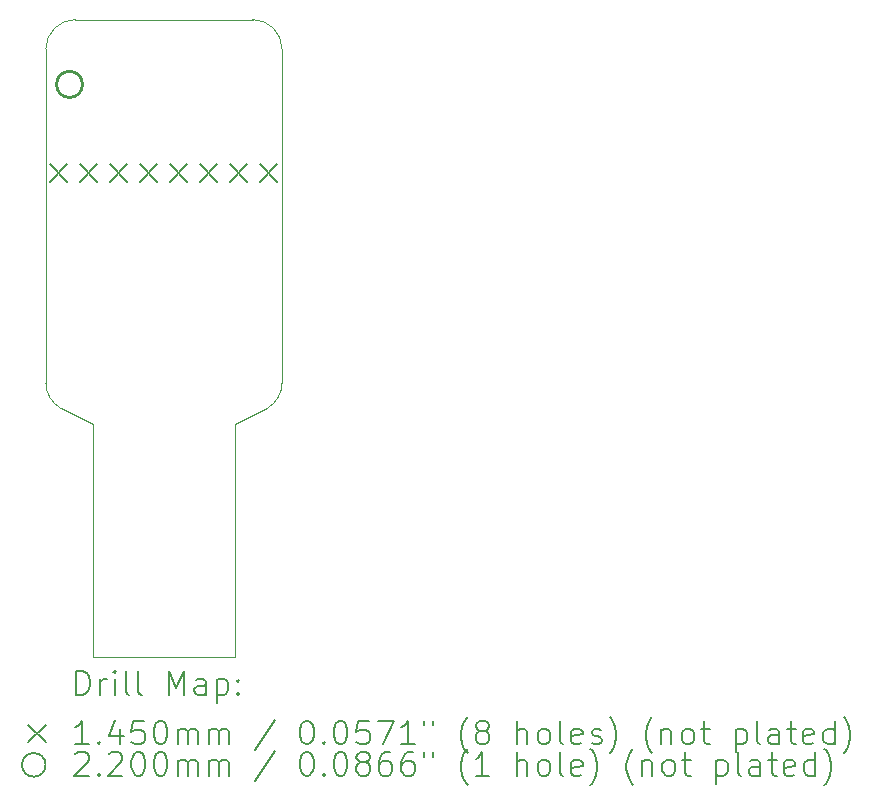
<source format=gbr>
%TF.GenerationSoftware,KiCad,Pcbnew,9.0.0+1*%
%TF.CreationDate,2025-04-22T17:22:05+02:00*%
%TF.ProjectId,ts13a_dev_kit,74733133-615f-4646-9576-5f6b69742e6b,rev?*%
%TF.SameCoordinates,Original*%
%TF.FileFunction,Drillmap*%
%TF.FilePolarity,Positive*%
%FSLAX45Y45*%
G04 Gerber Fmt 4.5, Leading zero omitted, Abs format (unit mm)*
G04 Created by KiCad (PCBNEW 9.0.0+1) date 2025-04-22 17:22:05*
%MOMM*%
%LPD*%
G01*
G04 APERTURE LIST*
%ADD10C,0.050000*%
%ADD11C,0.120000*%
%ADD12C,0.200000*%
%ADD13C,0.145000*%
%ADD14C,0.220000*%
G04 APERTURE END LIST*
D10*
X13750000Y-5000000D02*
X12250000Y-5000000D01*
X13875000Y-8291506D02*
X13600000Y-8425000D01*
X13600000Y-9599500D02*
X13600000Y-8425000D01*
X12400000Y-8425000D02*
X12400000Y-9599500D01*
X12000000Y-5250000D02*
G75*
G02*
X12250000Y-5000000I250000J0D01*
G01*
X12125000Y-8291506D02*
G75*
G02*
X12000000Y-8075000I125000J216506D01*
G01*
X14000000Y-8075000D02*
G75*
G02*
X13875000Y-8291506I-250000J0D01*
G01*
X13750000Y-5000000D02*
G75*
G02*
X14000000Y-5250000I0J-250000D01*
G01*
X12000000Y-5250000D02*
X12000000Y-8075000D01*
X14000000Y-8075000D02*
X14000000Y-5250000D01*
X12125000Y-8291506D02*
X12400000Y-8425000D01*
D11*
X12400000Y-10399500D02*
X12400000Y-9599500D01*
X13600000Y-9599500D02*
X13600000Y-10399500D01*
X13600000Y-10399500D02*
X12400000Y-10399500D01*
D12*
D13*
X12036500Y-6227500D02*
X12181500Y-6372500D01*
X12181500Y-6227500D02*
X12036500Y-6372500D01*
X12290500Y-6227500D02*
X12435500Y-6372500D01*
X12435500Y-6227500D02*
X12290500Y-6372500D01*
X12544500Y-6227500D02*
X12689500Y-6372500D01*
X12689500Y-6227500D02*
X12544500Y-6372500D01*
X12798500Y-6227500D02*
X12943500Y-6372500D01*
X12943500Y-6227500D02*
X12798500Y-6372500D01*
X13052500Y-6227500D02*
X13197500Y-6372500D01*
X13197500Y-6227500D02*
X13052500Y-6372500D01*
X13306500Y-6227500D02*
X13451500Y-6372500D01*
X13451500Y-6227500D02*
X13306500Y-6372500D01*
X13560500Y-6227500D02*
X13705500Y-6372500D01*
X13705500Y-6227500D02*
X13560500Y-6372500D01*
X13814500Y-6227500D02*
X13959500Y-6372500D01*
X13959500Y-6227500D02*
X13814500Y-6372500D01*
D14*
X12310000Y-5550000D02*
G75*
G02*
X12090000Y-5550000I-110000J0D01*
G01*
X12090000Y-5550000D02*
G75*
G02*
X12310000Y-5550000I110000J0D01*
G01*
D12*
X12258277Y-10716984D02*
X12258277Y-10516984D01*
X12258277Y-10516984D02*
X12305896Y-10516984D01*
X12305896Y-10516984D02*
X12334467Y-10526508D01*
X12334467Y-10526508D02*
X12353515Y-10545555D01*
X12353515Y-10545555D02*
X12363039Y-10564603D01*
X12363039Y-10564603D02*
X12372562Y-10602698D01*
X12372562Y-10602698D02*
X12372562Y-10631270D01*
X12372562Y-10631270D02*
X12363039Y-10669365D01*
X12363039Y-10669365D02*
X12353515Y-10688412D01*
X12353515Y-10688412D02*
X12334467Y-10707460D01*
X12334467Y-10707460D02*
X12305896Y-10716984D01*
X12305896Y-10716984D02*
X12258277Y-10716984D01*
X12458277Y-10716984D02*
X12458277Y-10583650D01*
X12458277Y-10621746D02*
X12467801Y-10602698D01*
X12467801Y-10602698D02*
X12477324Y-10593174D01*
X12477324Y-10593174D02*
X12496372Y-10583650D01*
X12496372Y-10583650D02*
X12515420Y-10583650D01*
X12582086Y-10716984D02*
X12582086Y-10583650D01*
X12582086Y-10516984D02*
X12572562Y-10526508D01*
X12572562Y-10526508D02*
X12582086Y-10536031D01*
X12582086Y-10536031D02*
X12591610Y-10526508D01*
X12591610Y-10526508D02*
X12582086Y-10516984D01*
X12582086Y-10516984D02*
X12582086Y-10536031D01*
X12705896Y-10716984D02*
X12686848Y-10707460D01*
X12686848Y-10707460D02*
X12677324Y-10688412D01*
X12677324Y-10688412D02*
X12677324Y-10516984D01*
X12810658Y-10716984D02*
X12791610Y-10707460D01*
X12791610Y-10707460D02*
X12782086Y-10688412D01*
X12782086Y-10688412D02*
X12782086Y-10516984D01*
X13039229Y-10716984D02*
X13039229Y-10516984D01*
X13039229Y-10516984D02*
X13105896Y-10659841D01*
X13105896Y-10659841D02*
X13172562Y-10516984D01*
X13172562Y-10516984D02*
X13172562Y-10716984D01*
X13353515Y-10716984D02*
X13353515Y-10612222D01*
X13353515Y-10612222D02*
X13343991Y-10593174D01*
X13343991Y-10593174D02*
X13324943Y-10583650D01*
X13324943Y-10583650D02*
X13286848Y-10583650D01*
X13286848Y-10583650D02*
X13267801Y-10593174D01*
X13353515Y-10707460D02*
X13334467Y-10716984D01*
X13334467Y-10716984D02*
X13286848Y-10716984D01*
X13286848Y-10716984D02*
X13267801Y-10707460D01*
X13267801Y-10707460D02*
X13258277Y-10688412D01*
X13258277Y-10688412D02*
X13258277Y-10669365D01*
X13258277Y-10669365D02*
X13267801Y-10650317D01*
X13267801Y-10650317D02*
X13286848Y-10640793D01*
X13286848Y-10640793D02*
X13334467Y-10640793D01*
X13334467Y-10640793D02*
X13353515Y-10631270D01*
X13448753Y-10583650D02*
X13448753Y-10783650D01*
X13448753Y-10593174D02*
X13467801Y-10583650D01*
X13467801Y-10583650D02*
X13505896Y-10583650D01*
X13505896Y-10583650D02*
X13524943Y-10593174D01*
X13524943Y-10593174D02*
X13534467Y-10602698D01*
X13534467Y-10602698D02*
X13543991Y-10621746D01*
X13543991Y-10621746D02*
X13543991Y-10678889D01*
X13543991Y-10678889D02*
X13534467Y-10697936D01*
X13534467Y-10697936D02*
X13524943Y-10707460D01*
X13524943Y-10707460D02*
X13505896Y-10716984D01*
X13505896Y-10716984D02*
X13467801Y-10716984D01*
X13467801Y-10716984D02*
X13448753Y-10707460D01*
X13629705Y-10697936D02*
X13639229Y-10707460D01*
X13639229Y-10707460D02*
X13629705Y-10716984D01*
X13629705Y-10716984D02*
X13620182Y-10707460D01*
X13620182Y-10707460D02*
X13629705Y-10697936D01*
X13629705Y-10697936D02*
X13629705Y-10716984D01*
X13629705Y-10593174D02*
X13639229Y-10602698D01*
X13639229Y-10602698D02*
X13629705Y-10612222D01*
X13629705Y-10612222D02*
X13620182Y-10602698D01*
X13620182Y-10602698D02*
X13629705Y-10593174D01*
X13629705Y-10593174D02*
X13629705Y-10612222D01*
D13*
X11852500Y-10973000D02*
X11997500Y-11118000D01*
X11997500Y-10973000D02*
X11852500Y-11118000D01*
D12*
X12363039Y-11136984D02*
X12248753Y-11136984D01*
X12305896Y-11136984D02*
X12305896Y-10936984D01*
X12305896Y-10936984D02*
X12286848Y-10965555D01*
X12286848Y-10965555D02*
X12267801Y-10984603D01*
X12267801Y-10984603D02*
X12248753Y-10994127D01*
X12448753Y-11117936D02*
X12458277Y-11127460D01*
X12458277Y-11127460D02*
X12448753Y-11136984D01*
X12448753Y-11136984D02*
X12439229Y-11127460D01*
X12439229Y-11127460D02*
X12448753Y-11117936D01*
X12448753Y-11117936D02*
X12448753Y-11136984D01*
X12629705Y-11003650D02*
X12629705Y-11136984D01*
X12582086Y-10927460D02*
X12534467Y-11070317D01*
X12534467Y-11070317D02*
X12658277Y-11070317D01*
X12829705Y-10936984D02*
X12734467Y-10936984D01*
X12734467Y-10936984D02*
X12724943Y-11032222D01*
X12724943Y-11032222D02*
X12734467Y-11022698D01*
X12734467Y-11022698D02*
X12753515Y-11013174D01*
X12753515Y-11013174D02*
X12801134Y-11013174D01*
X12801134Y-11013174D02*
X12820182Y-11022698D01*
X12820182Y-11022698D02*
X12829705Y-11032222D01*
X12829705Y-11032222D02*
X12839229Y-11051270D01*
X12839229Y-11051270D02*
X12839229Y-11098889D01*
X12839229Y-11098889D02*
X12829705Y-11117936D01*
X12829705Y-11117936D02*
X12820182Y-11127460D01*
X12820182Y-11127460D02*
X12801134Y-11136984D01*
X12801134Y-11136984D02*
X12753515Y-11136984D01*
X12753515Y-11136984D02*
X12734467Y-11127460D01*
X12734467Y-11127460D02*
X12724943Y-11117936D01*
X12963039Y-10936984D02*
X12982086Y-10936984D01*
X12982086Y-10936984D02*
X13001134Y-10946508D01*
X13001134Y-10946508D02*
X13010658Y-10956031D01*
X13010658Y-10956031D02*
X13020182Y-10975079D01*
X13020182Y-10975079D02*
X13029705Y-11013174D01*
X13029705Y-11013174D02*
X13029705Y-11060793D01*
X13029705Y-11060793D02*
X13020182Y-11098889D01*
X13020182Y-11098889D02*
X13010658Y-11117936D01*
X13010658Y-11117936D02*
X13001134Y-11127460D01*
X13001134Y-11127460D02*
X12982086Y-11136984D01*
X12982086Y-11136984D02*
X12963039Y-11136984D01*
X12963039Y-11136984D02*
X12943991Y-11127460D01*
X12943991Y-11127460D02*
X12934467Y-11117936D01*
X12934467Y-11117936D02*
X12924943Y-11098889D01*
X12924943Y-11098889D02*
X12915420Y-11060793D01*
X12915420Y-11060793D02*
X12915420Y-11013174D01*
X12915420Y-11013174D02*
X12924943Y-10975079D01*
X12924943Y-10975079D02*
X12934467Y-10956031D01*
X12934467Y-10956031D02*
X12943991Y-10946508D01*
X12943991Y-10946508D02*
X12963039Y-10936984D01*
X13115420Y-11136984D02*
X13115420Y-11003650D01*
X13115420Y-11022698D02*
X13124943Y-11013174D01*
X13124943Y-11013174D02*
X13143991Y-11003650D01*
X13143991Y-11003650D02*
X13172563Y-11003650D01*
X13172563Y-11003650D02*
X13191610Y-11013174D01*
X13191610Y-11013174D02*
X13201134Y-11032222D01*
X13201134Y-11032222D02*
X13201134Y-11136984D01*
X13201134Y-11032222D02*
X13210658Y-11013174D01*
X13210658Y-11013174D02*
X13229705Y-11003650D01*
X13229705Y-11003650D02*
X13258277Y-11003650D01*
X13258277Y-11003650D02*
X13277324Y-11013174D01*
X13277324Y-11013174D02*
X13286848Y-11032222D01*
X13286848Y-11032222D02*
X13286848Y-11136984D01*
X13382086Y-11136984D02*
X13382086Y-11003650D01*
X13382086Y-11022698D02*
X13391610Y-11013174D01*
X13391610Y-11013174D02*
X13410658Y-11003650D01*
X13410658Y-11003650D02*
X13439229Y-11003650D01*
X13439229Y-11003650D02*
X13458277Y-11013174D01*
X13458277Y-11013174D02*
X13467801Y-11032222D01*
X13467801Y-11032222D02*
X13467801Y-11136984D01*
X13467801Y-11032222D02*
X13477324Y-11013174D01*
X13477324Y-11013174D02*
X13496372Y-11003650D01*
X13496372Y-11003650D02*
X13524943Y-11003650D01*
X13524943Y-11003650D02*
X13543991Y-11013174D01*
X13543991Y-11013174D02*
X13553515Y-11032222D01*
X13553515Y-11032222D02*
X13553515Y-11136984D01*
X13943991Y-10927460D02*
X13772563Y-11184603D01*
X14201134Y-10936984D02*
X14220182Y-10936984D01*
X14220182Y-10936984D02*
X14239229Y-10946508D01*
X14239229Y-10946508D02*
X14248753Y-10956031D01*
X14248753Y-10956031D02*
X14258277Y-10975079D01*
X14258277Y-10975079D02*
X14267801Y-11013174D01*
X14267801Y-11013174D02*
X14267801Y-11060793D01*
X14267801Y-11060793D02*
X14258277Y-11098889D01*
X14258277Y-11098889D02*
X14248753Y-11117936D01*
X14248753Y-11117936D02*
X14239229Y-11127460D01*
X14239229Y-11127460D02*
X14220182Y-11136984D01*
X14220182Y-11136984D02*
X14201134Y-11136984D01*
X14201134Y-11136984D02*
X14182086Y-11127460D01*
X14182086Y-11127460D02*
X14172563Y-11117936D01*
X14172563Y-11117936D02*
X14163039Y-11098889D01*
X14163039Y-11098889D02*
X14153515Y-11060793D01*
X14153515Y-11060793D02*
X14153515Y-11013174D01*
X14153515Y-11013174D02*
X14163039Y-10975079D01*
X14163039Y-10975079D02*
X14172563Y-10956031D01*
X14172563Y-10956031D02*
X14182086Y-10946508D01*
X14182086Y-10946508D02*
X14201134Y-10936984D01*
X14353515Y-11117936D02*
X14363039Y-11127460D01*
X14363039Y-11127460D02*
X14353515Y-11136984D01*
X14353515Y-11136984D02*
X14343991Y-11127460D01*
X14343991Y-11127460D02*
X14353515Y-11117936D01*
X14353515Y-11117936D02*
X14353515Y-11136984D01*
X14486848Y-10936984D02*
X14505896Y-10936984D01*
X14505896Y-10936984D02*
X14524944Y-10946508D01*
X14524944Y-10946508D02*
X14534467Y-10956031D01*
X14534467Y-10956031D02*
X14543991Y-10975079D01*
X14543991Y-10975079D02*
X14553515Y-11013174D01*
X14553515Y-11013174D02*
X14553515Y-11060793D01*
X14553515Y-11060793D02*
X14543991Y-11098889D01*
X14543991Y-11098889D02*
X14534467Y-11117936D01*
X14534467Y-11117936D02*
X14524944Y-11127460D01*
X14524944Y-11127460D02*
X14505896Y-11136984D01*
X14505896Y-11136984D02*
X14486848Y-11136984D01*
X14486848Y-11136984D02*
X14467801Y-11127460D01*
X14467801Y-11127460D02*
X14458277Y-11117936D01*
X14458277Y-11117936D02*
X14448753Y-11098889D01*
X14448753Y-11098889D02*
X14439229Y-11060793D01*
X14439229Y-11060793D02*
X14439229Y-11013174D01*
X14439229Y-11013174D02*
X14448753Y-10975079D01*
X14448753Y-10975079D02*
X14458277Y-10956031D01*
X14458277Y-10956031D02*
X14467801Y-10946508D01*
X14467801Y-10946508D02*
X14486848Y-10936984D01*
X14734467Y-10936984D02*
X14639229Y-10936984D01*
X14639229Y-10936984D02*
X14629706Y-11032222D01*
X14629706Y-11032222D02*
X14639229Y-11022698D01*
X14639229Y-11022698D02*
X14658277Y-11013174D01*
X14658277Y-11013174D02*
X14705896Y-11013174D01*
X14705896Y-11013174D02*
X14724944Y-11022698D01*
X14724944Y-11022698D02*
X14734467Y-11032222D01*
X14734467Y-11032222D02*
X14743991Y-11051270D01*
X14743991Y-11051270D02*
X14743991Y-11098889D01*
X14743991Y-11098889D02*
X14734467Y-11117936D01*
X14734467Y-11117936D02*
X14724944Y-11127460D01*
X14724944Y-11127460D02*
X14705896Y-11136984D01*
X14705896Y-11136984D02*
X14658277Y-11136984D01*
X14658277Y-11136984D02*
X14639229Y-11127460D01*
X14639229Y-11127460D02*
X14629706Y-11117936D01*
X14810658Y-10936984D02*
X14943991Y-10936984D01*
X14943991Y-10936984D02*
X14858277Y-11136984D01*
X15124944Y-11136984D02*
X15010658Y-11136984D01*
X15067801Y-11136984D02*
X15067801Y-10936984D01*
X15067801Y-10936984D02*
X15048753Y-10965555D01*
X15048753Y-10965555D02*
X15029706Y-10984603D01*
X15029706Y-10984603D02*
X15010658Y-10994127D01*
X15201134Y-10936984D02*
X15201134Y-10975079D01*
X15277325Y-10936984D02*
X15277325Y-10975079D01*
X15572563Y-11213174D02*
X15563039Y-11203650D01*
X15563039Y-11203650D02*
X15543991Y-11175079D01*
X15543991Y-11175079D02*
X15534468Y-11156031D01*
X15534468Y-11156031D02*
X15524944Y-11127460D01*
X15524944Y-11127460D02*
X15515420Y-11079841D01*
X15515420Y-11079841D02*
X15515420Y-11041746D01*
X15515420Y-11041746D02*
X15524944Y-10994127D01*
X15524944Y-10994127D02*
X15534468Y-10965555D01*
X15534468Y-10965555D02*
X15543991Y-10946508D01*
X15543991Y-10946508D02*
X15563039Y-10917936D01*
X15563039Y-10917936D02*
X15572563Y-10908412D01*
X15677325Y-11022698D02*
X15658277Y-11013174D01*
X15658277Y-11013174D02*
X15648753Y-11003650D01*
X15648753Y-11003650D02*
X15639229Y-10984603D01*
X15639229Y-10984603D02*
X15639229Y-10975079D01*
X15639229Y-10975079D02*
X15648753Y-10956031D01*
X15648753Y-10956031D02*
X15658277Y-10946508D01*
X15658277Y-10946508D02*
X15677325Y-10936984D01*
X15677325Y-10936984D02*
X15715420Y-10936984D01*
X15715420Y-10936984D02*
X15734468Y-10946508D01*
X15734468Y-10946508D02*
X15743991Y-10956031D01*
X15743991Y-10956031D02*
X15753515Y-10975079D01*
X15753515Y-10975079D02*
X15753515Y-10984603D01*
X15753515Y-10984603D02*
X15743991Y-11003650D01*
X15743991Y-11003650D02*
X15734468Y-11013174D01*
X15734468Y-11013174D02*
X15715420Y-11022698D01*
X15715420Y-11022698D02*
X15677325Y-11022698D01*
X15677325Y-11022698D02*
X15658277Y-11032222D01*
X15658277Y-11032222D02*
X15648753Y-11041746D01*
X15648753Y-11041746D02*
X15639229Y-11060793D01*
X15639229Y-11060793D02*
X15639229Y-11098889D01*
X15639229Y-11098889D02*
X15648753Y-11117936D01*
X15648753Y-11117936D02*
X15658277Y-11127460D01*
X15658277Y-11127460D02*
X15677325Y-11136984D01*
X15677325Y-11136984D02*
X15715420Y-11136984D01*
X15715420Y-11136984D02*
X15734468Y-11127460D01*
X15734468Y-11127460D02*
X15743991Y-11117936D01*
X15743991Y-11117936D02*
X15753515Y-11098889D01*
X15753515Y-11098889D02*
X15753515Y-11060793D01*
X15753515Y-11060793D02*
X15743991Y-11041746D01*
X15743991Y-11041746D02*
X15734468Y-11032222D01*
X15734468Y-11032222D02*
X15715420Y-11022698D01*
X15991610Y-11136984D02*
X15991610Y-10936984D01*
X16077325Y-11136984D02*
X16077325Y-11032222D01*
X16077325Y-11032222D02*
X16067801Y-11013174D01*
X16067801Y-11013174D02*
X16048753Y-11003650D01*
X16048753Y-11003650D02*
X16020182Y-11003650D01*
X16020182Y-11003650D02*
X16001134Y-11013174D01*
X16001134Y-11013174D02*
X15991610Y-11022698D01*
X16201134Y-11136984D02*
X16182087Y-11127460D01*
X16182087Y-11127460D02*
X16172563Y-11117936D01*
X16172563Y-11117936D02*
X16163039Y-11098889D01*
X16163039Y-11098889D02*
X16163039Y-11041746D01*
X16163039Y-11041746D02*
X16172563Y-11022698D01*
X16172563Y-11022698D02*
X16182087Y-11013174D01*
X16182087Y-11013174D02*
X16201134Y-11003650D01*
X16201134Y-11003650D02*
X16229706Y-11003650D01*
X16229706Y-11003650D02*
X16248753Y-11013174D01*
X16248753Y-11013174D02*
X16258277Y-11022698D01*
X16258277Y-11022698D02*
X16267801Y-11041746D01*
X16267801Y-11041746D02*
X16267801Y-11098889D01*
X16267801Y-11098889D02*
X16258277Y-11117936D01*
X16258277Y-11117936D02*
X16248753Y-11127460D01*
X16248753Y-11127460D02*
X16229706Y-11136984D01*
X16229706Y-11136984D02*
X16201134Y-11136984D01*
X16382087Y-11136984D02*
X16363039Y-11127460D01*
X16363039Y-11127460D02*
X16353515Y-11108412D01*
X16353515Y-11108412D02*
X16353515Y-10936984D01*
X16534468Y-11127460D02*
X16515420Y-11136984D01*
X16515420Y-11136984D02*
X16477325Y-11136984D01*
X16477325Y-11136984D02*
X16458277Y-11127460D01*
X16458277Y-11127460D02*
X16448753Y-11108412D01*
X16448753Y-11108412D02*
X16448753Y-11032222D01*
X16448753Y-11032222D02*
X16458277Y-11013174D01*
X16458277Y-11013174D02*
X16477325Y-11003650D01*
X16477325Y-11003650D02*
X16515420Y-11003650D01*
X16515420Y-11003650D02*
X16534468Y-11013174D01*
X16534468Y-11013174D02*
X16543991Y-11032222D01*
X16543991Y-11032222D02*
X16543991Y-11051270D01*
X16543991Y-11051270D02*
X16448753Y-11070317D01*
X16620182Y-11127460D02*
X16639230Y-11136984D01*
X16639230Y-11136984D02*
X16677325Y-11136984D01*
X16677325Y-11136984D02*
X16696372Y-11127460D01*
X16696372Y-11127460D02*
X16705896Y-11108412D01*
X16705896Y-11108412D02*
X16705896Y-11098889D01*
X16705896Y-11098889D02*
X16696372Y-11079841D01*
X16696372Y-11079841D02*
X16677325Y-11070317D01*
X16677325Y-11070317D02*
X16648753Y-11070317D01*
X16648753Y-11070317D02*
X16629706Y-11060793D01*
X16629706Y-11060793D02*
X16620182Y-11041746D01*
X16620182Y-11041746D02*
X16620182Y-11032222D01*
X16620182Y-11032222D02*
X16629706Y-11013174D01*
X16629706Y-11013174D02*
X16648753Y-11003650D01*
X16648753Y-11003650D02*
X16677325Y-11003650D01*
X16677325Y-11003650D02*
X16696372Y-11013174D01*
X16772563Y-11213174D02*
X16782087Y-11203650D01*
X16782087Y-11203650D02*
X16801134Y-11175079D01*
X16801134Y-11175079D02*
X16810658Y-11156031D01*
X16810658Y-11156031D02*
X16820182Y-11127460D01*
X16820182Y-11127460D02*
X16829706Y-11079841D01*
X16829706Y-11079841D02*
X16829706Y-11041746D01*
X16829706Y-11041746D02*
X16820182Y-10994127D01*
X16820182Y-10994127D02*
X16810658Y-10965555D01*
X16810658Y-10965555D02*
X16801134Y-10946508D01*
X16801134Y-10946508D02*
X16782087Y-10917936D01*
X16782087Y-10917936D02*
X16772563Y-10908412D01*
X17134468Y-11213174D02*
X17124944Y-11203650D01*
X17124944Y-11203650D02*
X17105896Y-11175079D01*
X17105896Y-11175079D02*
X17096373Y-11156031D01*
X17096373Y-11156031D02*
X17086849Y-11127460D01*
X17086849Y-11127460D02*
X17077325Y-11079841D01*
X17077325Y-11079841D02*
X17077325Y-11041746D01*
X17077325Y-11041746D02*
X17086849Y-10994127D01*
X17086849Y-10994127D02*
X17096373Y-10965555D01*
X17096373Y-10965555D02*
X17105896Y-10946508D01*
X17105896Y-10946508D02*
X17124944Y-10917936D01*
X17124944Y-10917936D02*
X17134468Y-10908412D01*
X17210658Y-11003650D02*
X17210658Y-11136984D01*
X17210658Y-11022698D02*
X17220182Y-11013174D01*
X17220182Y-11013174D02*
X17239230Y-11003650D01*
X17239230Y-11003650D02*
X17267801Y-11003650D01*
X17267801Y-11003650D02*
X17286849Y-11013174D01*
X17286849Y-11013174D02*
X17296373Y-11032222D01*
X17296373Y-11032222D02*
X17296373Y-11136984D01*
X17420182Y-11136984D02*
X17401134Y-11127460D01*
X17401134Y-11127460D02*
X17391611Y-11117936D01*
X17391611Y-11117936D02*
X17382087Y-11098889D01*
X17382087Y-11098889D02*
X17382087Y-11041746D01*
X17382087Y-11041746D02*
X17391611Y-11022698D01*
X17391611Y-11022698D02*
X17401134Y-11013174D01*
X17401134Y-11013174D02*
X17420182Y-11003650D01*
X17420182Y-11003650D02*
X17448754Y-11003650D01*
X17448754Y-11003650D02*
X17467801Y-11013174D01*
X17467801Y-11013174D02*
X17477325Y-11022698D01*
X17477325Y-11022698D02*
X17486849Y-11041746D01*
X17486849Y-11041746D02*
X17486849Y-11098889D01*
X17486849Y-11098889D02*
X17477325Y-11117936D01*
X17477325Y-11117936D02*
X17467801Y-11127460D01*
X17467801Y-11127460D02*
X17448754Y-11136984D01*
X17448754Y-11136984D02*
X17420182Y-11136984D01*
X17543992Y-11003650D02*
X17620182Y-11003650D01*
X17572563Y-10936984D02*
X17572563Y-11108412D01*
X17572563Y-11108412D02*
X17582087Y-11127460D01*
X17582087Y-11127460D02*
X17601134Y-11136984D01*
X17601134Y-11136984D02*
X17620182Y-11136984D01*
X17839230Y-11003650D02*
X17839230Y-11203650D01*
X17839230Y-11013174D02*
X17858277Y-11003650D01*
X17858277Y-11003650D02*
X17896373Y-11003650D01*
X17896373Y-11003650D02*
X17915420Y-11013174D01*
X17915420Y-11013174D02*
X17924944Y-11022698D01*
X17924944Y-11022698D02*
X17934468Y-11041746D01*
X17934468Y-11041746D02*
X17934468Y-11098889D01*
X17934468Y-11098889D02*
X17924944Y-11117936D01*
X17924944Y-11117936D02*
X17915420Y-11127460D01*
X17915420Y-11127460D02*
X17896373Y-11136984D01*
X17896373Y-11136984D02*
X17858277Y-11136984D01*
X17858277Y-11136984D02*
X17839230Y-11127460D01*
X18048754Y-11136984D02*
X18029706Y-11127460D01*
X18029706Y-11127460D02*
X18020182Y-11108412D01*
X18020182Y-11108412D02*
X18020182Y-10936984D01*
X18210658Y-11136984D02*
X18210658Y-11032222D01*
X18210658Y-11032222D02*
X18201135Y-11013174D01*
X18201135Y-11013174D02*
X18182087Y-11003650D01*
X18182087Y-11003650D02*
X18143992Y-11003650D01*
X18143992Y-11003650D02*
X18124944Y-11013174D01*
X18210658Y-11127460D02*
X18191611Y-11136984D01*
X18191611Y-11136984D02*
X18143992Y-11136984D01*
X18143992Y-11136984D02*
X18124944Y-11127460D01*
X18124944Y-11127460D02*
X18115420Y-11108412D01*
X18115420Y-11108412D02*
X18115420Y-11089365D01*
X18115420Y-11089365D02*
X18124944Y-11070317D01*
X18124944Y-11070317D02*
X18143992Y-11060793D01*
X18143992Y-11060793D02*
X18191611Y-11060793D01*
X18191611Y-11060793D02*
X18210658Y-11051270D01*
X18277325Y-11003650D02*
X18353515Y-11003650D01*
X18305896Y-10936984D02*
X18305896Y-11108412D01*
X18305896Y-11108412D02*
X18315420Y-11127460D01*
X18315420Y-11127460D02*
X18334468Y-11136984D01*
X18334468Y-11136984D02*
X18353515Y-11136984D01*
X18496373Y-11127460D02*
X18477325Y-11136984D01*
X18477325Y-11136984D02*
X18439230Y-11136984D01*
X18439230Y-11136984D02*
X18420182Y-11127460D01*
X18420182Y-11127460D02*
X18410658Y-11108412D01*
X18410658Y-11108412D02*
X18410658Y-11032222D01*
X18410658Y-11032222D02*
X18420182Y-11013174D01*
X18420182Y-11013174D02*
X18439230Y-11003650D01*
X18439230Y-11003650D02*
X18477325Y-11003650D01*
X18477325Y-11003650D02*
X18496373Y-11013174D01*
X18496373Y-11013174D02*
X18505896Y-11032222D01*
X18505896Y-11032222D02*
X18505896Y-11051270D01*
X18505896Y-11051270D02*
X18410658Y-11070317D01*
X18677325Y-11136984D02*
X18677325Y-10936984D01*
X18677325Y-11127460D02*
X18658277Y-11136984D01*
X18658277Y-11136984D02*
X18620182Y-11136984D01*
X18620182Y-11136984D02*
X18601135Y-11127460D01*
X18601135Y-11127460D02*
X18591611Y-11117936D01*
X18591611Y-11117936D02*
X18582087Y-11098889D01*
X18582087Y-11098889D02*
X18582087Y-11041746D01*
X18582087Y-11041746D02*
X18591611Y-11022698D01*
X18591611Y-11022698D02*
X18601135Y-11013174D01*
X18601135Y-11013174D02*
X18620182Y-11003650D01*
X18620182Y-11003650D02*
X18658277Y-11003650D01*
X18658277Y-11003650D02*
X18677325Y-11013174D01*
X18753516Y-11213174D02*
X18763039Y-11203650D01*
X18763039Y-11203650D02*
X18782087Y-11175079D01*
X18782087Y-11175079D02*
X18791611Y-11156031D01*
X18791611Y-11156031D02*
X18801135Y-11127460D01*
X18801135Y-11127460D02*
X18810658Y-11079841D01*
X18810658Y-11079841D02*
X18810658Y-11041746D01*
X18810658Y-11041746D02*
X18801135Y-10994127D01*
X18801135Y-10994127D02*
X18791611Y-10965555D01*
X18791611Y-10965555D02*
X18782087Y-10946508D01*
X18782087Y-10946508D02*
X18763039Y-10917936D01*
X18763039Y-10917936D02*
X18753516Y-10908412D01*
X11997500Y-11310500D02*
G75*
G02*
X11797500Y-11310500I-100000J0D01*
G01*
X11797500Y-11310500D02*
G75*
G02*
X11997500Y-11310500I100000J0D01*
G01*
X12248753Y-11221031D02*
X12258277Y-11211508D01*
X12258277Y-11211508D02*
X12277324Y-11201984D01*
X12277324Y-11201984D02*
X12324943Y-11201984D01*
X12324943Y-11201984D02*
X12343991Y-11211508D01*
X12343991Y-11211508D02*
X12353515Y-11221031D01*
X12353515Y-11221031D02*
X12363039Y-11240079D01*
X12363039Y-11240079D02*
X12363039Y-11259127D01*
X12363039Y-11259127D02*
X12353515Y-11287698D01*
X12353515Y-11287698D02*
X12239229Y-11401984D01*
X12239229Y-11401984D02*
X12363039Y-11401984D01*
X12448753Y-11382936D02*
X12458277Y-11392460D01*
X12458277Y-11392460D02*
X12448753Y-11401984D01*
X12448753Y-11401984D02*
X12439229Y-11392460D01*
X12439229Y-11392460D02*
X12448753Y-11382936D01*
X12448753Y-11382936D02*
X12448753Y-11401984D01*
X12534467Y-11221031D02*
X12543991Y-11211508D01*
X12543991Y-11211508D02*
X12563039Y-11201984D01*
X12563039Y-11201984D02*
X12610658Y-11201984D01*
X12610658Y-11201984D02*
X12629705Y-11211508D01*
X12629705Y-11211508D02*
X12639229Y-11221031D01*
X12639229Y-11221031D02*
X12648753Y-11240079D01*
X12648753Y-11240079D02*
X12648753Y-11259127D01*
X12648753Y-11259127D02*
X12639229Y-11287698D01*
X12639229Y-11287698D02*
X12524943Y-11401984D01*
X12524943Y-11401984D02*
X12648753Y-11401984D01*
X12772562Y-11201984D02*
X12791610Y-11201984D01*
X12791610Y-11201984D02*
X12810658Y-11211508D01*
X12810658Y-11211508D02*
X12820182Y-11221031D01*
X12820182Y-11221031D02*
X12829705Y-11240079D01*
X12829705Y-11240079D02*
X12839229Y-11278174D01*
X12839229Y-11278174D02*
X12839229Y-11325793D01*
X12839229Y-11325793D02*
X12829705Y-11363888D01*
X12829705Y-11363888D02*
X12820182Y-11382936D01*
X12820182Y-11382936D02*
X12810658Y-11392460D01*
X12810658Y-11392460D02*
X12791610Y-11401984D01*
X12791610Y-11401984D02*
X12772562Y-11401984D01*
X12772562Y-11401984D02*
X12753515Y-11392460D01*
X12753515Y-11392460D02*
X12743991Y-11382936D01*
X12743991Y-11382936D02*
X12734467Y-11363888D01*
X12734467Y-11363888D02*
X12724943Y-11325793D01*
X12724943Y-11325793D02*
X12724943Y-11278174D01*
X12724943Y-11278174D02*
X12734467Y-11240079D01*
X12734467Y-11240079D02*
X12743991Y-11221031D01*
X12743991Y-11221031D02*
X12753515Y-11211508D01*
X12753515Y-11211508D02*
X12772562Y-11201984D01*
X12963039Y-11201984D02*
X12982086Y-11201984D01*
X12982086Y-11201984D02*
X13001134Y-11211508D01*
X13001134Y-11211508D02*
X13010658Y-11221031D01*
X13010658Y-11221031D02*
X13020182Y-11240079D01*
X13020182Y-11240079D02*
X13029705Y-11278174D01*
X13029705Y-11278174D02*
X13029705Y-11325793D01*
X13029705Y-11325793D02*
X13020182Y-11363888D01*
X13020182Y-11363888D02*
X13010658Y-11382936D01*
X13010658Y-11382936D02*
X13001134Y-11392460D01*
X13001134Y-11392460D02*
X12982086Y-11401984D01*
X12982086Y-11401984D02*
X12963039Y-11401984D01*
X12963039Y-11401984D02*
X12943991Y-11392460D01*
X12943991Y-11392460D02*
X12934467Y-11382936D01*
X12934467Y-11382936D02*
X12924943Y-11363888D01*
X12924943Y-11363888D02*
X12915420Y-11325793D01*
X12915420Y-11325793D02*
X12915420Y-11278174D01*
X12915420Y-11278174D02*
X12924943Y-11240079D01*
X12924943Y-11240079D02*
X12934467Y-11221031D01*
X12934467Y-11221031D02*
X12943991Y-11211508D01*
X12943991Y-11211508D02*
X12963039Y-11201984D01*
X13115420Y-11401984D02*
X13115420Y-11268650D01*
X13115420Y-11287698D02*
X13124943Y-11278174D01*
X13124943Y-11278174D02*
X13143991Y-11268650D01*
X13143991Y-11268650D02*
X13172563Y-11268650D01*
X13172563Y-11268650D02*
X13191610Y-11278174D01*
X13191610Y-11278174D02*
X13201134Y-11297222D01*
X13201134Y-11297222D02*
X13201134Y-11401984D01*
X13201134Y-11297222D02*
X13210658Y-11278174D01*
X13210658Y-11278174D02*
X13229705Y-11268650D01*
X13229705Y-11268650D02*
X13258277Y-11268650D01*
X13258277Y-11268650D02*
X13277324Y-11278174D01*
X13277324Y-11278174D02*
X13286848Y-11297222D01*
X13286848Y-11297222D02*
X13286848Y-11401984D01*
X13382086Y-11401984D02*
X13382086Y-11268650D01*
X13382086Y-11287698D02*
X13391610Y-11278174D01*
X13391610Y-11278174D02*
X13410658Y-11268650D01*
X13410658Y-11268650D02*
X13439229Y-11268650D01*
X13439229Y-11268650D02*
X13458277Y-11278174D01*
X13458277Y-11278174D02*
X13467801Y-11297222D01*
X13467801Y-11297222D02*
X13467801Y-11401984D01*
X13467801Y-11297222D02*
X13477324Y-11278174D01*
X13477324Y-11278174D02*
X13496372Y-11268650D01*
X13496372Y-11268650D02*
X13524943Y-11268650D01*
X13524943Y-11268650D02*
X13543991Y-11278174D01*
X13543991Y-11278174D02*
X13553515Y-11297222D01*
X13553515Y-11297222D02*
X13553515Y-11401984D01*
X13943991Y-11192460D02*
X13772563Y-11449603D01*
X14201134Y-11201984D02*
X14220182Y-11201984D01*
X14220182Y-11201984D02*
X14239229Y-11211508D01*
X14239229Y-11211508D02*
X14248753Y-11221031D01*
X14248753Y-11221031D02*
X14258277Y-11240079D01*
X14258277Y-11240079D02*
X14267801Y-11278174D01*
X14267801Y-11278174D02*
X14267801Y-11325793D01*
X14267801Y-11325793D02*
X14258277Y-11363888D01*
X14258277Y-11363888D02*
X14248753Y-11382936D01*
X14248753Y-11382936D02*
X14239229Y-11392460D01*
X14239229Y-11392460D02*
X14220182Y-11401984D01*
X14220182Y-11401984D02*
X14201134Y-11401984D01*
X14201134Y-11401984D02*
X14182086Y-11392460D01*
X14182086Y-11392460D02*
X14172563Y-11382936D01*
X14172563Y-11382936D02*
X14163039Y-11363888D01*
X14163039Y-11363888D02*
X14153515Y-11325793D01*
X14153515Y-11325793D02*
X14153515Y-11278174D01*
X14153515Y-11278174D02*
X14163039Y-11240079D01*
X14163039Y-11240079D02*
X14172563Y-11221031D01*
X14172563Y-11221031D02*
X14182086Y-11211508D01*
X14182086Y-11211508D02*
X14201134Y-11201984D01*
X14353515Y-11382936D02*
X14363039Y-11392460D01*
X14363039Y-11392460D02*
X14353515Y-11401984D01*
X14353515Y-11401984D02*
X14343991Y-11392460D01*
X14343991Y-11392460D02*
X14353515Y-11382936D01*
X14353515Y-11382936D02*
X14353515Y-11401984D01*
X14486848Y-11201984D02*
X14505896Y-11201984D01*
X14505896Y-11201984D02*
X14524944Y-11211508D01*
X14524944Y-11211508D02*
X14534467Y-11221031D01*
X14534467Y-11221031D02*
X14543991Y-11240079D01*
X14543991Y-11240079D02*
X14553515Y-11278174D01*
X14553515Y-11278174D02*
X14553515Y-11325793D01*
X14553515Y-11325793D02*
X14543991Y-11363888D01*
X14543991Y-11363888D02*
X14534467Y-11382936D01*
X14534467Y-11382936D02*
X14524944Y-11392460D01*
X14524944Y-11392460D02*
X14505896Y-11401984D01*
X14505896Y-11401984D02*
X14486848Y-11401984D01*
X14486848Y-11401984D02*
X14467801Y-11392460D01*
X14467801Y-11392460D02*
X14458277Y-11382936D01*
X14458277Y-11382936D02*
X14448753Y-11363888D01*
X14448753Y-11363888D02*
X14439229Y-11325793D01*
X14439229Y-11325793D02*
X14439229Y-11278174D01*
X14439229Y-11278174D02*
X14448753Y-11240079D01*
X14448753Y-11240079D02*
X14458277Y-11221031D01*
X14458277Y-11221031D02*
X14467801Y-11211508D01*
X14467801Y-11211508D02*
X14486848Y-11201984D01*
X14667801Y-11287698D02*
X14648753Y-11278174D01*
X14648753Y-11278174D02*
X14639229Y-11268650D01*
X14639229Y-11268650D02*
X14629706Y-11249603D01*
X14629706Y-11249603D02*
X14629706Y-11240079D01*
X14629706Y-11240079D02*
X14639229Y-11221031D01*
X14639229Y-11221031D02*
X14648753Y-11211508D01*
X14648753Y-11211508D02*
X14667801Y-11201984D01*
X14667801Y-11201984D02*
X14705896Y-11201984D01*
X14705896Y-11201984D02*
X14724944Y-11211508D01*
X14724944Y-11211508D02*
X14734467Y-11221031D01*
X14734467Y-11221031D02*
X14743991Y-11240079D01*
X14743991Y-11240079D02*
X14743991Y-11249603D01*
X14743991Y-11249603D02*
X14734467Y-11268650D01*
X14734467Y-11268650D02*
X14724944Y-11278174D01*
X14724944Y-11278174D02*
X14705896Y-11287698D01*
X14705896Y-11287698D02*
X14667801Y-11287698D01*
X14667801Y-11287698D02*
X14648753Y-11297222D01*
X14648753Y-11297222D02*
X14639229Y-11306746D01*
X14639229Y-11306746D02*
X14629706Y-11325793D01*
X14629706Y-11325793D02*
X14629706Y-11363888D01*
X14629706Y-11363888D02*
X14639229Y-11382936D01*
X14639229Y-11382936D02*
X14648753Y-11392460D01*
X14648753Y-11392460D02*
X14667801Y-11401984D01*
X14667801Y-11401984D02*
X14705896Y-11401984D01*
X14705896Y-11401984D02*
X14724944Y-11392460D01*
X14724944Y-11392460D02*
X14734467Y-11382936D01*
X14734467Y-11382936D02*
X14743991Y-11363888D01*
X14743991Y-11363888D02*
X14743991Y-11325793D01*
X14743991Y-11325793D02*
X14734467Y-11306746D01*
X14734467Y-11306746D02*
X14724944Y-11297222D01*
X14724944Y-11297222D02*
X14705896Y-11287698D01*
X14915420Y-11201984D02*
X14877325Y-11201984D01*
X14877325Y-11201984D02*
X14858277Y-11211508D01*
X14858277Y-11211508D02*
X14848753Y-11221031D01*
X14848753Y-11221031D02*
X14829706Y-11249603D01*
X14829706Y-11249603D02*
X14820182Y-11287698D01*
X14820182Y-11287698D02*
X14820182Y-11363888D01*
X14820182Y-11363888D02*
X14829706Y-11382936D01*
X14829706Y-11382936D02*
X14839229Y-11392460D01*
X14839229Y-11392460D02*
X14858277Y-11401984D01*
X14858277Y-11401984D02*
X14896372Y-11401984D01*
X14896372Y-11401984D02*
X14915420Y-11392460D01*
X14915420Y-11392460D02*
X14924944Y-11382936D01*
X14924944Y-11382936D02*
X14934467Y-11363888D01*
X14934467Y-11363888D02*
X14934467Y-11316269D01*
X14934467Y-11316269D02*
X14924944Y-11297222D01*
X14924944Y-11297222D02*
X14915420Y-11287698D01*
X14915420Y-11287698D02*
X14896372Y-11278174D01*
X14896372Y-11278174D02*
X14858277Y-11278174D01*
X14858277Y-11278174D02*
X14839229Y-11287698D01*
X14839229Y-11287698D02*
X14829706Y-11297222D01*
X14829706Y-11297222D02*
X14820182Y-11316269D01*
X15105896Y-11201984D02*
X15067801Y-11201984D01*
X15067801Y-11201984D02*
X15048753Y-11211508D01*
X15048753Y-11211508D02*
X15039229Y-11221031D01*
X15039229Y-11221031D02*
X15020182Y-11249603D01*
X15020182Y-11249603D02*
X15010658Y-11287698D01*
X15010658Y-11287698D02*
X15010658Y-11363888D01*
X15010658Y-11363888D02*
X15020182Y-11382936D01*
X15020182Y-11382936D02*
X15029706Y-11392460D01*
X15029706Y-11392460D02*
X15048753Y-11401984D01*
X15048753Y-11401984D02*
X15086848Y-11401984D01*
X15086848Y-11401984D02*
X15105896Y-11392460D01*
X15105896Y-11392460D02*
X15115420Y-11382936D01*
X15115420Y-11382936D02*
X15124944Y-11363888D01*
X15124944Y-11363888D02*
X15124944Y-11316269D01*
X15124944Y-11316269D02*
X15115420Y-11297222D01*
X15115420Y-11297222D02*
X15105896Y-11287698D01*
X15105896Y-11287698D02*
X15086848Y-11278174D01*
X15086848Y-11278174D02*
X15048753Y-11278174D01*
X15048753Y-11278174D02*
X15029706Y-11287698D01*
X15029706Y-11287698D02*
X15020182Y-11297222D01*
X15020182Y-11297222D02*
X15010658Y-11316269D01*
X15201134Y-11201984D02*
X15201134Y-11240079D01*
X15277325Y-11201984D02*
X15277325Y-11240079D01*
X15572563Y-11478174D02*
X15563039Y-11468650D01*
X15563039Y-11468650D02*
X15543991Y-11440079D01*
X15543991Y-11440079D02*
X15534468Y-11421031D01*
X15534468Y-11421031D02*
X15524944Y-11392460D01*
X15524944Y-11392460D02*
X15515420Y-11344841D01*
X15515420Y-11344841D02*
X15515420Y-11306746D01*
X15515420Y-11306746D02*
X15524944Y-11259127D01*
X15524944Y-11259127D02*
X15534468Y-11230555D01*
X15534468Y-11230555D02*
X15543991Y-11211508D01*
X15543991Y-11211508D02*
X15563039Y-11182936D01*
X15563039Y-11182936D02*
X15572563Y-11173412D01*
X15753515Y-11401984D02*
X15639229Y-11401984D01*
X15696372Y-11401984D02*
X15696372Y-11201984D01*
X15696372Y-11201984D02*
X15677325Y-11230555D01*
X15677325Y-11230555D02*
X15658277Y-11249603D01*
X15658277Y-11249603D02*
X15639229Y-11259127D01*
X15991610Y-11401984D02*
X15991610Y-11201984D01*
X16077325Y-11401984D02*
X16077325Y-11297222D01*
X16077325Y-11297222D02*
X16067801Y-11278174D01*
X16067801Y-11278174D02*
X16048753Y-11268650D01*
X16048753Y-11268650D02*
X16020182Y-11268650D01*
X16020182Y-11268650D02*
X16001134Y-11278174D01*
X16001134Y-11278174D02*
X15991610Y-11287698D01*
X16201134Y-11401984D02*
X16182087Y-11392460D01*
X16182087Y-11392460D02*
X16172563Y-11382936D01*
X16172563Y-11382936D02*
X16163039Y-11363888D01*
X16163039Y-11363888D02*
X16163039Y-11306746D01*
X16163039Y-11306746D02*
X16172563Y-11287698D01*
X16172563Y-11287698D02*
X16182087Y-11278174D01*
X16182087Y-11278174D02*
X16201134Y-11268650D01*
X16201134Y-11268650D02*
X16229706Y-11268650D01*
X16229706Y-11268650D02*
X16248753Y-11278174D01*
X16248753Y-11278174D02*
X16258277Y-11287698D01*
X16258277Y-11287698D02*
X16267801Y-11306746D01*
X16267801Y-11306746D02*
X16267801Y-11363888D01*
X16267801Y-11363888D02*
X16258277Y-11382936D01*
X16258277Y-11382936D02*
X16248753Y-11392460D01*
X16248753Y-11392460D02*
X16229706Y-11401984D01*
X16229706Y-11401984D02*
X16201134Y-11401984D01*
X16382087Y-11401984D02*
X16363039Y-11392460D01*
X16363039Y-11392460D02*
X16353515Y-11373412D01*
X16353515Y-11373412D02*
X16353515Y-11201984D01*
X16534468Y-11392460D02*
X16515420Y-11401984D01*
X16515420Y-11401984D02*
X16477325Y-11401984D01*
X16477325Y-11401984D02*
X16458277Y-11392460D01*
X16458277Y-11392460D02*
X16448753Y-11373412D01*
X16448753Y-11373412D02*
X16448753Y-11297222D01*
X16448753Y-11297222D02*
X16458277Y-11278174D01*
X16458277Y-11278174D02*
X16477325Y-11268650D01*
X16477325Y-11268650D02*
X16515420Y-11268650D01*
X16515420Y-11268650D02*
X16534468Y-11278174D01*
X16534468Y-11278174D02*
X16543991Y-11297222D01*
X16543991Y-11297222D02*
X16543991Y-11316269D01*
X16543991Y-11316269D02*
X16448753Y-11335317D01*
X16610658Y-11478174D02*
X16620182Y-11468650D01*
X16620182Y-11468650D02*
X16639230Y-11440079D01*
X16639230Y-11440079D02*
X16648753Y-11421031D01*
X16648753Y-11421031D02*
X16658277Y-11392460D01*
X16658277Y-11392460D02*
X16667801Y-11344841D01*
X16667801Y-11344841D02*
X16667801Y-11306746D01*
X16667801Y-11306746D02*
X16658277Y-11259127D01*
X16658277Y-11259127D02*
X16648753Y-11230555D01*
X16648753Y-11230555D02*
X16639230Y-11211508D01*
X16639230Y-11211508D02*
X16620182Y-11182936D01*
X16620182Y-11182936D02*
X16610658Y-11173412D01*
X16972563Y-11478174D02*
X16963039Y-11468650D01*
X16963039Y-11468650D02*
X16943992Y-11440079D01*
X16943992Y-11440079D02*
X16934468Y-11421031D01*
X16934468Y-11421031D02*
X16924944Y-11392460D01*
X16924944Y-11392460D02*
X16915420Y-11344841D01*
X16915420Y-11344841D02*
X16915420Y-11306746D01*
X16915420Y-11306746D02*
X16924944Y-11259127D01*
X16924944Y-11259127D02*
X16934468Y-11230555D01*
X16934468Y-11230555D02*
X16943992Y-11211508D01*
X16943992Y-11211508D02*
X16963039Y-11182936D01*
X16963039Y-11182936D02*
X16972563Y-11173412D01*
X17048753Y-11268650D02*
X17048753Y-11401984D01*
X17048753Y-11287698D02*
X17058277Y-11278174D01*
X17058277Y-11278174D02*
X17077325Y-11268650D01*
X17077325Y-11268650D02*
X17105896Y-11268650D01*
X17105896Y-11268650D02*
X17124944Y-11278174D01*
X17124944Y-11278174D02*
X17134468Y-11297222D01*
X17134468Y-11297222D02*
X17134468Y-11401984D01*
X17258277Y-11401984D02*
X17239230Y-11392460D01*
X17239230Y-11392460D02*
X17229706Y-11382936D01*
X17229706Y-11382936D02*
X17220182Y-11363888D01*
X17220182Y-11363888D02*
X17220182Y-11306746D01*
X17220182Y-11306746D02*
X17229706Y-11287698D01*
X17229706Y-11287698D02*
X17239230Y-11278174D01*
X17239230Y-11278174D02*
X17258277Y-11268650D01*
X17258277Y-11268650D02*
X17286849Y-11268650D01*
X17286849Y-11268650D02*
X17305896Y-11278174D01*
X17305896Y-11278174D02*
X17315420Y-11287698D01*
X17315420Y-11287698D02*
X17324944Y-11306746D01*
X17324944Y-11306746D02*
X17324944Y-11363888D01*
X17324944Y-11363888D02*
X17315420Y-11382936D01*
X17315420Y-11382936D02*
X17305896Y-11392460D01*
X17305896Y-11392460D02*
X17286849Y-11401984D01*
X17286849Y-11401984D02*
X17258277Y-11401984D01*
X17382087Y-11268650D02*
X17458277Y-11268650D01*
X17410658Y-11201984D02*
X17410658Y-11373412D01*
X17410658Y-11373412D02*
X17420182Y-11392460D01*
X17420182Y-11392460D02*
X17439230Y-11401984D01*
X17439230Y-11401984D02*
X17458277Y-11401984D01*
X17677325Y-11268650D02*
X17677325Y-11468650D01*
X17677325Y-11278174D02*
X17696373Y-11268650D01*
X17696373Y-11268650D02*
X17734468Y-11268650D01*
X17734468Y-11268650D02*
X17753515Y-11278174D01*
X17753515Y-11278174D02*
X17763039Y-11287698D01*
X17763039Y-11287698D02*
X17772563Y-11306746D01*
X17772563Y-11306746D02*
X17772563Y-11363888D01*
X17772563Y-11363888D02*
X17763039Y-11382936D01*
X17763039Y-11382936D02*
X17753515Y-11392460D01*
X17753515Y-11392460D02*
X17734468Y-11401984D01*
X17734468Y-11401984D02*
X17696373Y-11401984D01*
X17696373Y-11401984D02*
X17677325Y-11392460D01*
X17886849Y-11401984D02*
X17867801Y-11392460D01*
X17867801Y-11392460D02*
X17858277Y-11373412D01*
X17858277Y-11373412D02*
X17858277Y-11201984D01*
X18048754Y-11401984D02*
X18048754Y-11297222D01*
X18048754Y-11297222D02*
X18039230Y-11278174D01*
X18039230Y-11278174D02*
X18020182Y-11268650D01*
X18020182Y-11268650D02*
X17982087Y-11268650D01*
X17982087Y-11268650D02*
X17963039Y-11278174D01*
X18048754Y-11392460D02*
X18029706Y-11401984D01*
X18029706Y-11401984D02*
X17982087Y-11401984D01*
X17982087Y-11401984D02*
X17963039Y-11392460D01*
X17963039Y-11392460D02*
X17953515Y-11373412D01*
X17953515Y-11373412D02*
X17953515Y-11354365D01*
X17953515Y-11354365D02*
X17963039Y-11335317D01*
X17963039Y-11335317D02*
X17982087Y-11325793D01*
X17982087Y-11325793D02*
X18029706Y-11325793D01*
X18029706Y-11325793D02*
X18048754Y-11316269D01*
X18115420Y-11268650D02*
X18191611Y-11268650D01*
X18143992Y-11201984D02*
X18143992Y-11373412D01*
X18143992Y-11373412D02*
X18153515Y-11392460D01*
X18153515Y-11392460D02*
X18172563Y-11401984D01*
X18172563Y-11401984D02*
X18191611Y-11401984D01*
X18334468Y-11392460D02*
X18315420Y-11401984D01*
X18315420Y-11401984D02*
X18277325Y-11401984D01*
X18277325Y-11401984D02*
X18258277Y-11392460D01*
X18258277Y-11392460D02*
X18248754Y-11373412D01*
X18248754Y-11373412D02*
X18248754Y-11297222D01*
X18248754Y-11297222D02*
X18258277Y-11278174D01*
X18258277Y-11278174D02*
X18277325Y-11268650D01*
X18277325Y-11268650D02*
X18315420Y-11268650D01*
X18315420Y-11268650D02*
X18334468Y-11278174D01*
X18334468Y-11278174D02*
X18343992Y-11297222D01*
X18343992Y-11297222D02*
X18343992Y-11316269D01*
X18343992Y-11316269D02*
X18248754Y-11335317D01*
X18515420Y-11401984D02*
X18515420Y-11201984D01*
X18515420Y-11392460D02*
X18496373Y-11401984D01*
X18496373Y-11401984D02*
X18458277Y-11401984D01*
X18458277Y-11401984D02*
X18439230Y-11392460D01*
X18439230Y-11392460D02*
X18429706Y-11382936D01*
X18429706Y-11382936D02*
X18420182Y-11363888D01*
X18420182Y-11363888D02*
X18420182Y-11306746D01*
X18420182Y-11306746D02*
X18429706Y-11287698D01*
X18429706Y-11287698D02*
X18439230Y-11278174D01*
X18439230Y-11278174D02*
X18458277Y-11268650D01*
X18458277Y-11268650D02*
X18496373Y-11268650D01*
X18496373Y-11268650D02*
X18515420Y-11278174D01*
X18591611Y-11478174D02*
X18601135Y-11468650D01*
X18601135Y-11468650D02*
X18620182Y-11440079D01*
X18620182Y-11440079D02*
X18629706Y-11421031D01*
X18629706Y-11421031D02*
X18639230Y-11392460D01*
X18639230Y-11392460D02*
X18648754Y-11344841D01*
X18648754Y-11344841D02*
X18648754Y-11306746D01*
X18648754Y-11306746D02*
X18639230Y-11259127D01*
X18639230Y-11259127D02*
X18629706Y-11230555D01*
X18629706Y-11230555D02*
X18620182Y-11211508D01*
X18620182Y-11211508D02*
X18601135Y-11182936D01*
X18601135Y-11182936D02*
X18591611Y-11173412D01*
M02*

</source>
